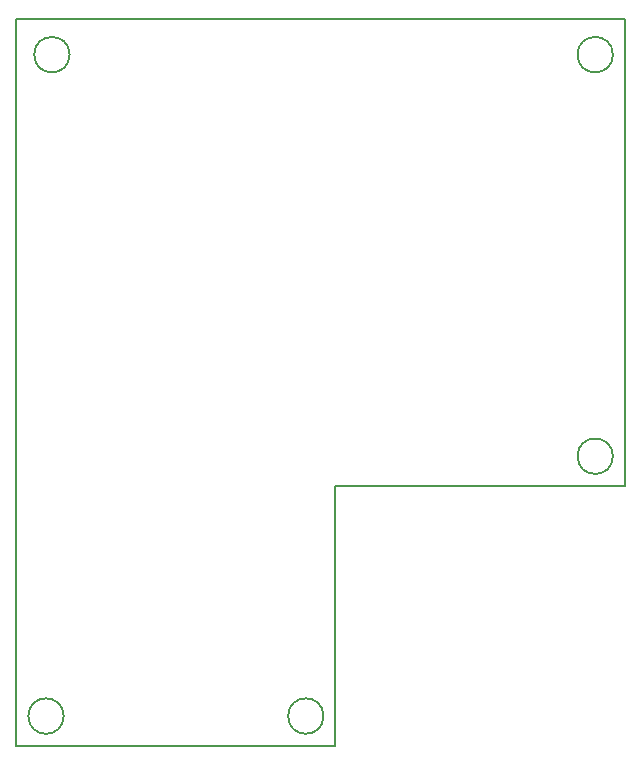
<source format=gbr>
%TF.GenerationSoftware,KiCad,Pcbnew,8.0.6*%
%TF.CreationDate,2024-12-04T15:20:49-05:00*%
%TF.ProjectId,gnahs,676e6168-732e-46b6-9963-61645f706362,rev?*%
%TF.SameCoordinates,Original*%
%TF.FileFunction,Profile,NP*%
%FSLAX46Y46*%
G04 Gerber Fmt 4.6, Leading zero omitted, Abs format (unit mm)*
G04 Created by KiCad (PCBNEW 8.0.6) date 2024-12-04 15:20:49*
%MOMM*%
%LPD*%
G01*
G04 APERTURE LIST*
%TA.AperFunction,Profile*%
%ADD10C,0.200000*%
%TD*%
G04 APERTURE END LIST*
D10*
X118500000Y-56500000D02*
G75*
G02*
X115500000Y-56500000I-1500000J0D01*
G01*
X115500000Y-56500000D02*
G75*
G02*
X118500000Y-56500000I1500000J0D01*
G01*
X164500000Y-56500000D02*
G75*
G02*
X161500000Y-56500000I-1500000J0D01*
G01*
X161500000Y-56500000D02*
G75*
G02*
X164500000Y-56500000I1500000J0D01*
G01*
X164500000Y-90500000D02*
G75*
G02*
X161500000Y-90500000I-1500000J0D01*
G01*
X161500000Y-90500000D02*
G75*
G02*
X164500000Y-90500000I1500000J0D01*
G01*
X165500000Y-93000000D02*
X141000000Y-93000000D01*
X141000000Y-115000000D01*
X114000000Y-115000000D01*
X114000000Y-53500000D01*
X165500000Y-53500000D01*
X165500000Y-93000000D01*
X118000000Y-112500000D02*
G75*
G02*
X115000000Y-112500000I-1500000J0D01*
G01*
X115000000Y-112500000D02*
G75*
G02*
X118000000Y-112500000I1500000J0D01*
G01*
X140000000Y-112500000D02*
G75*
G02*
X137000000Y-112500000I-1500000J0D01*
G01*
X137000000Y-112500000D02*
G75*
G02*
X140000000Y-112500000I1500000J0D01*
G01*
M02*

</source>
